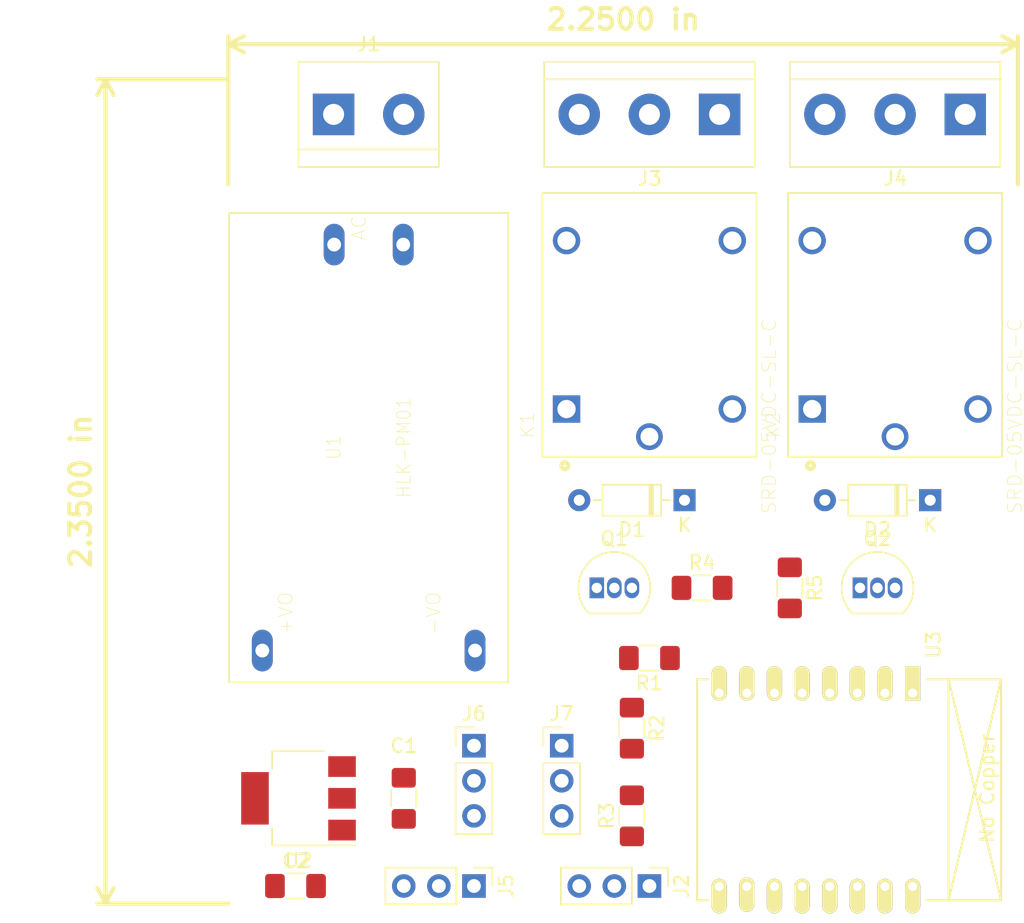
<source format=kicad_pcb>
(kicad_pcb (version 20171130) (host pcbnew 5.0.2-bee76a0~70~ubuntu18.10.1)

  (general
    (thickness 1.6)
    (drawings 2)
    (tracks 0)
    (zones 0)
    (modules 23)
    (nets 26)
  )

  (page A4)
  (layers
    (0 F.Cu signal)
    (31 B.Cu signal)
    (32 B.Adhes user)
    (33 F.Adhes user)
    (34 B.Paste user)
    (35 F.Paste user)
    (36 B.SilkS user)
    (37 F.SilkS user)
    (38 B.Mask user)
    (39 F.Mask user)
    (40 Dwgs.User user)
    (41 Cmts.User user)
    (42 Eco1.User user)
    (43 Eco2.User user)
    (44 Edge.Cuts user)
    (45 Margin user)
    (46 B.CrtYd user)
    (47 F.CrtYd user)
    (48 B.Fab user)
    (49 F.Fab user)
  )

  (setup
    (last_trace_width 0.25)
    (trace_clearance 0.2)
    (zone_clearance 0.508)
    (zone_45_only no)
    (trace_min 0.2)
    (segment_width 0.2)
    (edge_width 0.15)
    (via_size 0.8)
    (via_drill 0.4)
    (via_min_size 0.4)
    (via_min_drill 0.3)
    (uvia_size 0.3)
    (uvia_drill 0.1)
    (uvias_allowed no)
    (uvia_min_size 0.2)
    (uvia_min_drill 0.1)
    (pcb_text_width 0.3)
    (pcb_text_size 1.5 1.5)
    (mod_edge_width 0.15)
    (mod_text_size 1 1)
    (mod_text_width 0.15)
    (pad_size 1.524 1.524)
    (pad_drill 0.762)
    (pad_to_mask_clearance 0.051)
    (solder_mask_min_width 0.25)
    (aux_axis_origin 0 0)
    (visible_elements FFFFFF7F)
    (pcbplotparams
      (layerselection 0x010fc_ffffffff)
      (usegerberextensions false)
      (usegerberattributes false)
      (usegerberadvancedattributes false)
      (creategerberjobfile false)
      (excludeedgelayer true)
      (linewidth 0.100000)
      (plotframeref false)
      (viasonmask false)
      (mode 1)
      (useauxorigin false)
      (hpglpennumber 1)
      (hpglpenspeed 20)
      (hpglpendiameter 15.000000)
      (psnegative false)
      (psa4output false)
      (plotreference true)
      (plotvalue true)
      (plotinvisibletext false)
      (padsonsilk false)
      (subtractmaskfromsilk false)
      (outputformat 1)
      (mirror false)
      (drillshape 1)
      (scaleselection 1)
      (outputdirectory ""))
  )

  (net 0 "")
  (net 1 "Net-(C1-Pad1)")
  (net 2 GND)
  (net 3 "Net-(R1-Pad1)")
  (net 4 "Net-(R2-Pad1)")
  (net 5 "Net-(R3-Pad2)")
  (net 6 "Net-(J1-Pad1)")
  (net 7 "Net-(J1-Pad2)")
  (net 8 "Net-(D1-Pad1)")
  (net 9 "Net-(D2-Pad1)")
  (net 10 "Net-(J3-Pad3)")
  (net 11 "Net-(J3-Pad2)")
  (net 12 "Net-(J3-Pad1)")
  (net 13 "Net-(J4-Pad1)")
  (net 14 "Net-(J4-Pad2)")
  (net 15 "Net-(J4-Pad3)")
  (net 16 Relay_1)
  (net 17 Relay_2)
  (net 18 "Net-(J2-Pad1)")
  (net 19 "Net-(J2-Pad2)")
  (net 20 vcc)
  (net 21 "Net-(Q1-Pad2)")
  (net 22 "Net-(Q2-Pad2)")
  (net 23 int_1)
  (net 24 int_2)
  (net 25 "Net-(J7-Pad2)")

  (net_class Default "This is the default net class."
    (clearance 0.2)
    (trace_width 0.25)
    (via_dia 0.8)
    (via_drill 0.4)
    (uvia_dia 0.3)
    (uvia_drill 0.1)
    (add_net GND)
    (add_net "Net-(C1-Pad1)")
    (add_net "Net-(D1-Pad1)")
    (add_net "Net-(D2-Pad1)")
    (add_net "Net-(J1-Pad1)")
    (add_net "Net-(J1-Pad2)")
    (add_net "Net-(J2-Pad1)")
    (add_net "Net-(J2-Pad2)")
    (add_net "Net-(J3-Pad1)")
    (add_net "Net-(J3-Pad2)")
    (add_net "Net-(J3-Pad3)")
    (add_net "Net-(J4-Pad1)")
    (add_net "Net-(J4-Pad2)")
    (add_net "Net-(J4-Pad3)")
    (add_net "Net-(J7-Pad2)")
    (add_net "Net-(Q1-Pad2)")
    (add_net "Net-(Q2-Pad2)")
    (add_net "Net-(R1-Pad1)")
    (add_net "Net-(R2-Pad1)")
    (add_net "Net-(R3-Pad2)")
    (add_net Relay_1)
    (add_net Relay_2)
    (add_net int_1)
    (add_net int_2)
    (add_net vcc)
  )

  (module Capacitor_SMD:C_1206_3216Metric_Pad1.42x1.75mm_HandSolder (layer F.Cu) (tedit 5B301BBE) (tstamp 5CD3FAC9)
    (at 97.79 114.3 270)
    (descr "Capacitor SMD 1206 (3216 Metric), square (rectangular) end terminal, IPC_7351 nominal with elongated pad for handsoldering. (Body size source: http://www.tortai-tech.com/upload/download/2011102023233369053.pdf), generated with kicad-footprint-generator")
    (tags "capacitor handsolder")
    (path /5A8F0EF5)
    (attr smd)
    (fp_text reference C1 (at -3.81 0) (layer F.SilkS)
      (effects (font (size 1 1) (thickness 0.15)))
    )
    (fp_text value 400nF (at 5.08 0 270) (layer F.Fab)
      (effects (font (size 1 1) (thickness 0.15)))
    )
    (fp_line (start -1.6 0.8) (end -1.6 -0.8) (layer F.Fab) (width 0.1))
    (fp_line (start -1.6 -0.8) (end 1.6 -0.8) (layer F.Fab) (width 0.1))
    (fp_line (start 1.6 -0.8) (end 1.6 0.8) (layer F.Fab) (width 0.1))
    (fp_line (start 1.6 0.8) (end -1.6 0.8) (layer F.Fab) (width 0.1))
    (fp_line (start -0.602064 -0.91) (end 0.602064 -0.91) (layer F.SilkS) (width 0.12))
    (fp_line (start -0.602064 0.91) (end 0.602064 0.91) (layer F.SilkS) (width 0.12))
    (fp_line (start -2.45 1.12) (end -2.45 -1.12) (layer F.CrtYd) (width 0.05))
    (fp_line (start -2.45 -1.12) (end 2.45 -1.12) (layer F.CrtYd) (width 0.05))
    (fp_line (start 2.45 -1.12) (end 2.45 1.12) (layer F.CrtYd) (width 0.05))
    (fp_line (start 2.45 1.12) (end -2.45 1.12) (layer F.CrtYd) (width 0.05))
    (fp_text user %R (at 0 0 270) (layer F.Fab)
      (effects (font (size 0.8 0.8) (thickness 0.12)))
    )
    (pad 1 smd roundrect (at -1.4875 0 270) (size 1.425 1.75) (layers F.Cu F.Paste F.Mask) (roundrect_rratio 0.175439)
      (net 1 "Net-(C1-Pad1)"))
    (pad 2 smd roundrect (at 1.4875 0 270) (size 1.425 1.75) (layers F.Cu F.Paste F.Mask) (roundrect_rratio 0.175439)
      (net 2 GND))
    (model ${KISYS3DMOD}/Capacitor_SMD.3dshapes/C_1206_3216Metric.wrl
      (at (xyz 0 0 0))
      (scale (xyz 1 1 1))
      (rotate (xyz 0 0 0))
    )
  )

  (module Capacitor_SMD:C_1206_3216Metric_Pad1.42x1.75mm_HandSolder (layer F.Cu) (tedit 5B301BBE) (tstamp 5CD20E9A)
    (at 89.9525 120.65)
    (descr "Capacitor SMD 1206 (3216 Metric), square (rectangular) end terminal, IPC_7351 nominal with elongated pad for handsoldering. (Body size source: http://www.tortai-tech.com/upload/download/2011102023233369053.pdf), generated with kicad-footprint-generator")
    (tags "capacitor handsolder")
    (path /5A8F0FE1)
    (attr smd)
    (fp_text reference C2 (at 0 -1.82) (layer F.SilkS)
      (effects (font (size 1 1) (thickness 0.15)))
    )
    (fp_text value 400nF (at 0 1.82) (layer F.Fab)
      (effects (font (size 1 1) (thickness 0.15)))
    )
    (fp_text user %R (at 0 0) (layer F.Fab)
      (effects (font (size 0.8 0.8) (thickness 0.12)))
    )
    (fp_line (start 2.45 1.12) (end -2.45 1.12) (layer F.CrtYd) (width 0.05))
    (fp_line (start 2.45 -1.12) (end 2.45 1.12) (layer F.CrtYd) (width 0.05))
    (fp_line (start -2.45 -1.12) (end 2.45 -1.12) (layer F.CrtYd) (width 0.05))
    (fp_line (start -2.45 1.12) (end -2.45 -1.12) (layer F.CrtYd) (width 0.05))
    (fp_line (start -0.602064 0.91) (end 0.602064 0.91) (layer F.SilkS) (width 0.12))
    (fp_line (start -0.602064 -0.91) (end 0.602064 -0.91) (layer F.SilkS) (width 0.12))
    (fp_line (start 1.6 0.8) (end -1.6 0.8) (layer F.Fab) (width 0.1))
    (fp_line (start 1.6 -0.8) (end 1.6 0.8) (layer F.Fab) (width 0.1))
    (fp_line (start -1.6 -0.8) (end 1.6 -0.8) (layer F.Fab) (width 0.1))
    (fp_line (start -1.6 0.8) (end -1.6 -0.8) (layer F.Fab) (width 0.1))
    (pad 2 smd roundrect (at 1.4875 0) (size 1.425 1.75) (layers F.Cu F.Paste F.Mask) (roundrect_rratio 0.175439)
      (net 2 GND))
    (pad 1 smd roundrect (at -1.4875 0) (size 1.425 1.75) (layers F.Cu F.Paste F.Mask) (roundrect_rratio 0.175439)
      (net 20 vcc))
    (model ${KISYS3DMOD}/Capacitor_SMD.3dshapes/C_1206_3216Metric.wrl
      (at (xyz 0 0 0))
      (scale (xyz 1 1 1))
      (rotate (xyz 0 0 0))
    )
  )

  (module Resistor_SMD:R_1206_3216Metric_Pad1.42x1.75mm_HandSolder (layer F.Cu) (tedit 5B301BBD) (tstamp 5CD20EAB)
    (at 115.57 104.14 180)
    (descr "Resistor SMD 1206 (3216 Metric), square (rectangular) end terminal, IPC_7351 nominal with elongated pad for handsoldering. (Body size source: http://www.tortai-tech.com/upload/download/2011102023233369053.pdf), generated with kicad-footprint-generator")
    (tags "resistor handsolder")
    (path /5A8DA6B8)
    (attr smd)
    (fp_text reference R1 (at 0 -1.82 180) (layer F.SilkS)
      (effects (font (size 1 1) (thickness 0.15)))
    )
    (fp_text value 10K (at 0 1.82 180) (layer F.Fab)
      (effects (font (size 1 1) (thickness 0.15)))
    )
    (fp_line (start -1.6 0.8) (end -1.6 -0.8) (layer F.Fab) (width 0.1))
    (fp_line (start -1.6 -0.8) (end 1.6 -0.8) (layer F.Fab) (width 0.1))
    (fp_line (start 1.6 -0.8) (end 1.6 0.8) (layer F.Fab) (width 0.1))
    (fp_line (start 1.6 0.8) (end -1.6 0.8) (layer F.Fab) (width 0.1))
    (fp_line (start -0.602064 -0.91) (end 0.602064 -0.91) (layer F.SilkS) (width 0.12))
    (fp_line (start -0.602064 0.91) (end 0.602064 0.91) (layer F.SilkS) (width 0.12))
    (fp_line (start -2.45 1.12) (end -2.45 -1.12) (layer F.CrtYd) (width 0.05))
    (fp_line (start -2.45 -1.12) (end 2.45 -1.12) (layer F.CrtYd) (width 0.05))
    (fp_line (start 2.45 -1.12) (end 2.45 1.12) (layer F.CrtYd) (width 0.05))
    (fp_line (start 2.45 1.12) (end -2.45 1.12) (layer F.CrtYd) (width 0.05))
    (fp_text user %R (at 0 0 90) (layer F.Fab)
      (effects (font (size 0.8 0.8) (thickness 0.12)))
    )
    (pad 1 smd roundrect (at -1.4875 0 180) (size 1.425 1.75) (layers F.Cu F.Paste F.Mask) (roundrect_rratio 0.175439)
      (net 3 "Net-(R1-Pad1)"))
    (pad 2 smd roundrect (at 1.4875 0 180) (size 1.425 1.75) (layers F.Cu F.Paste F.Mask) (roundrect_rratio 0.175439)
      (net 20 vcc))
    (model ${KISYS3DMOD}/Resistor_SMD.3dshapes/R_1206_3216Metric.wrl
      (at (xyz 0 0 0))
      (scale (xyz 1 1 1))
      (rotate (xyz 0 0 0))
    )
  )

  (module Resistor_SMD:R_1206_3216Metric_Pad1.42x1.75mm_HandSolder (layer F.Cu) (tedit 5B301BBD) (tstamp 5CD20EBC)
    (at 114.3 109.22 270)
    (descr "Resistor SMD 1206 (3216 Metric), square (rectangular) end terminal, IPC_7351 nominal with elongated pad for handsoldering. (Body size source: http://www.tortai-tech.com/upload/download/2011102023233369053.pdf), generated with kicad-footprint-generator")
    (tags "resistor handsolder")
    (path /5A887C56)
    (attr smd)
    (fp_text reference R2 (at 0 -1.82 270) (layer F.SilkS)
      (effects (font (size 1 1) (thickness 0.15)))
    )
    (fp_text value 10K (at 0 1.82 270) (layer F.Fab)
      (effects (font (size 1 1) (thickness 0.15)))
    )
    (fp_text user %R (at 0 0 270) (layer F.Fab)
      (effects (font (size 0.8 0.8) (thickness 0.12)))
    )
    (fp_line (start 2.45 1.12) (end -2.45 1.12) (layer F.CrtYd) (width 0.05))
    (fp_line (start 2.45 -1.12) (end 2.45 1.12) (layer F.CrtYd) (width 0.05))
    (fp_line (start -2.45 -1.12) (end 2.45 -1.12) (layer F.CrtYd) (width 0.05))
    (fp_line (start -2.45 1.12) (end -2.45 -1.12) (layer F.CrtYd) (width 0.05))
    (fp_line (start -0.602064 0.91) (end 0.602064 0.91) (layer F.SilkS) (width 0.12))
    (fp_line (start -0.602064 -0.91) (end 0.602064 -0.91) (layer F.SilkS) (width 0.12))
    (fp_line (start 1.6 0.8) (end -1.6 0.8) (layer F.Fab) (width 0.1))
    (fp_line (start 1.6 -0.8) (end 1.6 0.8) (layer F.Fab) (width 0.1))
    (fp_line (start -1.6 -0.8) (end 1.6 -0.8) (layer F.Fab) (width 0.1))
    (fp_line (start -1.6 0.8) (end -1.6 -0.8) (layer F.Fab) (width 0.1))
    (pad 2 smd roundrect (at 1.4875 0 270) (size 1.425 1.75) (layers F.Cu F.Paste F.Mask) (roundrect_rratio 0.175439)
      (net 2 GND))
    (pad 1 smd roundrect (at -1.4875 0 270) (size 1.425 1.75) (layers F.Cu F.Paste F.Mask) (roundrect_rratio 0.175439)
      (net 4 "Net-(R2-Pad1)"))
    (model ${KISYS3DMOD}/Resistor_SMD.3dshapes/R_1206_3216Metric.wrl
      (at (xyz 0 0 0))
      (scale (xyz 1 1 1))
      (rotate (xyz 0 0 0))
    )
  )

  (module Resistor_SMD:R_1206_3216Metric_Pad1.42x1.75mm_HandSolder (layer F.Cu) (tedit 5B301BBD) (tstamp 5CD20ECD)
    (at 114.3 115.57 90)
    (descr "Resistor SMD 1206 (3216 Metric), square (rectangular) end terminal, IPC_7351 nominal with elongated pad for handsoldering. (Body size source: http://www.tortai-tech.com/upload/download/2011102023233369053.pdf), generated with kicad-footprint-generator")
    (tags "resistor handsolder")
    (path /5A3E9C05)
    (attr smd)
    (fp_text reference R3 (at 0 -1.82 90) (layer F.SilkS)
      (effects (font (size 1 1) (thickness 0.15)))
    )
    (fp_text value 180 (at 0 1.82 90) (layer F.Fab)
      (effects (font (size 1 1) (thickness 0.15)))
    )
    (fp_line (start -1.6 0.8) (end -1.6 -0.8) (layer F.Fab) (width 0.1))
    (fp_line (start -1.6 -0.8) (end 1.6 -0.8) (layer F.Fab) (width 0.1))
    (fp_line (start 1.6 -0.8) (end 1.6 0.8) (layer F.Fab) (width 0.1))
    (fp_line (start 1.6 0.8) (end -1.6 0.8) (layer F.Fab) (width 0.1))
    (fp_line (start -0.602064 -0.91) (end 0.602064 -0.91) (layer F.SilkS) (width 0.12))
    (fp_line (start -0.602064 0.91) (end 0.602064 0.91) (layer F.SilkS) (width 0.12))
    (fp_line (start -2.45 1.12) (end -2.45 -1.12) (layer F.CrtYd) (width 0.05))
    (fp_line (start -2.45 -1.12) (end 2.45 -1.12) (layer F.CrtYd) (width 0.05))
    (fp_line (start 2.45 -1.12) (end 2.45 1.12) (layer F.CrtYd) (width 0.05))
    (fp_line (start 2.45 1.12) (end -2.45 1.12) (layer F.CrtYd) (width 0.05))
    (fp_text user %R (at 0 0 90) (layer F.Fab)
      (effects (font (size 0.8 0.8) (thickness 0.12)))
    )
    (pad 1 smd roundrect (at -1.4875 0 90) (size 1.425 1.75) (layers F.Cu F.Paste F.Mask) (roundrect_rratio 0.175439)
      (net 19 "Net-(J2-Pad2)"))
    (pad 2 smd roundrect (at 1.4875 0 90) (size 1.425 1.75) (layers F.Cu F.Paste F.Mask) (roundrect_rratio 0.175439)
      (net 5 "Net-(R3-Pad2)"))
    (model ${KISYS3DMOD}/Resistor_SMD.3dshapes/R_1206_3216Metric.wrl
      (at (xyz 0 0 0))
      (scale (xyz 1 1 1))
      (rotate (xyz 0 0 0))
    )
  )

  (module Package_TO_SOT_SMD:SOT-223 (layer F.Cu) (tedit 5A02FF57) (tstamp 5CD3F9FC)
    (at 90.17 114.3 180)
    (descr "module CMS SOT223 4 pins")
    (tags "CMS SOT")
    (path /5A8EF016)
    (attr smd)
    (fp_text reference U2 (at 0 -4.5 180) (layer F.SilkS)
      (effects (font (size 1 1) (thickness 0.15)))
    )
    (fp_text value LM1117-3.3 (at 0 4.5 180) (layer F.Fab)
      (effects (font (size 1 1) (thickness 0.15)))
    )
    (fp_text user %R (at 0 0 270) (layer F.Fab)
      (effects (font (size 0.8 0.8) (thickness 0.12)))
    )
    (fp_line (start -1.85 -2.3) (end -0.8 -3.35) (layer F.Fab) (width 0.1))
    (fp_line (start 1.91 3.41) (end 1.91 2.15) (layer F.SilkS) (width 0.12))
    (fp_line (start 1.91 -3.41) (end 1.91 -2.15) (layer F.SilkS) (width 0.12))
    (fp_line (start 4.4 -3.6) (end -4.4 -3.6) (layer F.CrtYd) (width 0.05))
    (fp_line (start 4.4 3.6) (end 4.4 -3.6) (layer F.CrtYd) (width 0.05))
    (fp_line (start -4.4 3.6) (end 4.4 3.6) (layer F.CrtYd) (width 0.05))
    (fp_line (start -4.4 -3.6) (end -4.4 3.6) (layer F.CrtYd) (width 0.05))
    (fp_line (start -1.85 -2.3) (end -1.85 3.35) (layer F.Fab) (width 0.1))
    (fp_line (start -1.85 3.41) (end 1.91 3.41) (layer F.SilkS) (width 0.12))
    (fp_line (start -0.8 -3.35) (end 1.85 -3.35) (layer F.Fab) (width 0.1))
    (fp_line (start -4.1 -3.41) (end 1.91 -3.41) (layer F.SilkS) (width 0.12))
    (fp_line (start -1.85 3.35) (end 1.85 3.35) (layer F.Fab) (width 0.1))
    (fp_line (start 1.85 -3.35) (end 1.85 3.35) (layer F.Fab) (width 0.1))
    (pad 4 smd rect (at 3.15 0 180) (size 2 3.8) (layers F.Cu F.Paste F.Mask))
    (pad 2 smd rect (at -3.15 0 180) (size 2 1.5) (layers F.Cu F.Paste F.Mask)
      (net 20 vcc))
    (pad 3 smd rect (at -3.15 2.3 180) (size 2 1.5) (layers F.Cu F.Paste F.Mask)
      (net 1 "Net-(C1-Pad1)"))
    (pad 1 smd rect (at -3.15 -2.3 180) (size 2 1.5) (layers F.Cu F.Paste F.Mask)
      (net 2 GND))
    (model ${KISYS3DMOD}/Package_TO_SOT_SMD.3dshapes/SOT-223.wrl
      (at (xyz 0 0 0))
      (scale (xyz 1 1 1))
      (rotate (xyz 0 0 0))
    )
  )

  (module ESP8266:ESP-07v2 (layer F.Cu) (tedit 59068204) (tstamp 5CD20F19)
    (at 134.62 106.68 270)
    (descr "Module, ESP-8266, ESP-07v2, 16 pad, SMD")
    (tags "Module ESP-8266 ESP8266")
    (path /5A3E9303)
    (fp_text reference U3 (at -3.5 -1.5 270) (layer F.SilkS)
      (effects (font (size 1 1) (thickness 0.15)))
    )
    (fp_text value ESP-07v2 (at 7.25 2.25 270) (layer F.Fab)
      (effects (font (size 1 1) (thickness 0.15)))
    )
    (fp_line (start -2.25 -0.5) (end -2.25 -6.65) (layer F.CrtYd) (width 0.05))
    (fp_line (start -2.25 -6.65) (end 16.25 -6.65) (layer F.CrtYd) (width 0.05))
    (fp_line (start 16.25 -6.65) (end 16.25 16) (layer F.CrtYd) (width 0.05))
    (fp_line (start 16.25 16) (end -2.25 16) (layer F.CrtYd) (width 0.05))
    (fp_line (start -2.25 16) (end -2.25 -0.5) (layer F.CrtYd) (width 0.05))
    (fp_line (start -1 -6.4) (end 15 -6.4) (layer F.SilkS) (width 0.1524))
    (fp_line (start 15 -6.4) (end 15 -1) (layer F.SilkS) (width 0.1524))
    (fp_line (start -1 -6.4) (end -1 -1) (layer F.SilkS) (width 0.1524))
    (fp_line (start -1 14.8) (end -1 15.6) (layer F.SilkS) (width 0.1524))
    (fp_line (start -1 15.6) (end 15 15.6) (layer F.SilkS) (width 0.1524))
    (fp_line (start 15 15.6) (end 15 14.8) (layer F.SilkS) (width 0.1524))
    (fp_line (start 15 -6.4) (end -1 -2.6) (layer F.SilkS) (width 0.1524))
    (fp_line (start -1 -6.4) (end 15 -2.6) (layer F.SilkS) (width 0.1524))
    (fp_text user "No Copper" (at 6.892 -5.4 270) (layer F.SilkS)
      (effects (font (size 1 1) (thickness 0.15)))
    )
    (fp_line (start -1.008 -2.6) (end 14.992 -2.6) (layer F.SilkS) (width 0.1524))
    (fp_line (start 15 -6.4) (end 15 15.6) (layer F.Fab) (width 0.05))
    (fp_line (start 15 15.6) (end -1 15.6) (layer F.Fab) (width 0.05))
    (fp_line (start -1.008 15.6) (end -1.008 -6.4) (layer F.Fab) (width 0.05))
    (fp_line (start -1 -6.4) (end 15 -6.4) (layer F.Fab) (width 0.05))
    (pad 1 thru_hole rect (at 0 0 270) (size 2.5 1.1) (drill 0.65 (offset -0.7 0)) (layers *.Cu *.Mask F.Paste F.SilkS))
    (pad 2 thru_hole oval (at 0 2 270) (size 2.5 1.1) (drill 0.65 (offset -0.7 0)) (layers *.Cu *.Mask F.Paste F.SilkS))
    (pad 3 thru_hole oval (at 0 4 270) (size 2.5 1.1) (drill 0.65 (offset -0.7 0)) (layers *.Cu *.Mask F.Paste F.SilkS)
      (net 3 "Net-(R1-Pad1)"))
    (pad 4 thru_hole oval (at 0 6 270) (size 2.5 1.1) (drill 0.65 (offset -0.7 0)) (layers *.Cu *.Mask F.Paste F.SilkS)
      (net 23 int_1))
    (pad 5 thru_hole oval (at 0 8 270) (size 2.5 1.1) (drill 0.65 (offset -0.7 0)) (layers *.Cu *.Mask F.Paste F.SilkS)
      (net 16 Relay_1))
    (pad 6 thru_hole oval (at 0 10 270) (size 2.5 1.1) (drill 0.65 (offset -0.7 0)) (layers *.Cu *.Mask F.Paste F.SilkS)
      (net 17 Relay_2))
    (pad 7 thru_hole oval (at 0 12 270) (size 2.5 1.1) (drill 0.65 (offset -0.7 0)) (layers *.Cu *.Mask F.Paste F.SilkS)
      (net 24 int_2))
    (pad 8 thru_hole oval (at 0 14 270) (size 2.5 1.1) (drill 0.65 (offset -0.7 0)) (layers *.Cu *.Mask F.Paste F.SilkS)
      (net 20 vcc))
    (pad 9 thru_hole oval (at 14 14 270) (size 2.5 1.1) (drill 0.65 (offset 0.7 0)) (layers *.Cu *.Mask F.Paste F.SilkS)
      (net 2 GND))
    (pad 10 thru_hole oval (at 14 12 270) (size 2.5 1.1) (drill 0.65 (offset 0.6 0)) (layers *.Cu *.Mask F.Paste F.SilkS)
      (net 4 "Net-(R2-Pad1)"))
    (pad 11 thru_hole oval (at 14 10 270) (size 2.5 1.1) (drill 0.65 (offset 0.7 0)) (layers *.Cu *.Mask F.Paste F.SilkS))
    (pad 12 thru_hole oval (at 14 8 270) (size 2.5 1.1) (drill 0.65 (offset 0.7 0)) (layers *.Cu *.Mask F.Paste F.SilkS)
      (net 25 "Net-(J7-Pad2)"))
    (pad 13 thru_hole oval (at 14 6 270) (size 2.5 1.1) (drill 0.65 (offset 0.7 0)) (layers *.Cu *.Mask F.Paste F.SilkS))
    (pad 14 thru_hole oval (at 14 4 270) (size 2.5 1.1) (drill 0.65 (offset 0.7 0)) (layers *.Cu *.Mask F.Paste F.SilkS))
    (pad 15 thru_hole oval (at 14 2 270) (size 2.5 1.1) (drill 0.65 (offset 0.7 0)) (layers *.Cu *.Mask F.Paste F.SilkS)
      (net 5 "Net-(R3-Pad2)"))
    (pad 16 thru_hole oval (at 14 0 270) (size 2.5 1.1) (drill 0.65 (offset 0.7 0)) (layers *.Cu *.Mask F.Paste F.SilkS)
      (net 18 "Net-(J2-Pad1)"))
    (model ${ESPLIB}/ESP8266.3dshapes/ESP-07v2.wrl
      (at (xyz 0 0 0))
      (scale (xyz 0.3937 0.3937 0.3937))
      (rotate (xyz 0 0 0))
    )
  )

  (module HLK-PM01 (layer F.Cu) (tedit 0) (tstamp 5CD242C8)
    (at 95.25 88.9 270)
    (path /5CD1EF95)
    (fp_text reference U1 (at 0 2.54 270) (layer F.SilkS)
      (effects (font (size 1 0.9) (thickness 0.05)))
    )
    (fp_text value HLK-PM01 (at 0 -2.54 270) (layer F.SilkS)
      (effects (font (size 1 0.9) (thickness 0.05)))
    )
    (fp_line (start -17 10.1) (end -17 -10.1) (layer F.SilkS) (width 0.127))
    (fp_line (start 17 10.1) (end 17 -10.1) (layer F.SilkS) (width 0.127))
    (fp_line (start -17 -10.1) (end 17 -10.1) (layer F.SilkS) (width 0.127))
    (fp_line (start -17 10.1) (end 17 10.1) (layer F.SilkS) (width 0.127))
    (fp_text user AC (at -15.9 0.7 270) (layer F.SilkS)
      (effects (font (size 1 1) (thickness 0.05)))
    )
    (fp_text user +VO (at 12 6 270) (layer F.SilkS)
      (effects (font (size 1 1) (thickness 0.05)))
    )
    (fp_text user -VO (at 12 -4.7 270) (layer F.SilkS)
      (effects (font (size 1 1) (thickness 0.05)))
    )
    (pad P$1 thru_hole oval (at -14.7 -2.5 270) (size 3.016 1.508) (drill 1) (layers *.Cu *.Mask)
      (net 7 "Net-(J1-Pad2)"))
    (pad P$2 thru_hole oval (at -14.7 2.5 270) (size 3.016 1.508) (drill 1) (layers *.Cu *.Mask)
      (net 6 "Net-(J1-Pad1)"))
    (pad P$3 thru_hole oval (at 14.7 -7.7 270) (size 3.016 1.508) (drill 1) (layers *.Cu *.Mask)
      (net 2 GND))
    (pad P$4 thru_hole oval (at 14.7 7.7 270) (size 3.016 1.508) (drill 1) (layers *.Cu *.Mask)
      (net 1 "Net-(C1-Pad1)"))
  )

  (module TerminalBlock:TerminalBlock_bornier-2_P5.08mm (layer F.Cu) (tedit 59FF03AB) (tstamp 5CD245BA)
    (at 92.71 64.77)
    (descr "simple 2-pin terminal block, pitch 5.08mm, revamped version of bornier2")
    (tags "terminal block bornier2")
    (path /5A3E8B13)
    (fp_text reference J1 (at 2.54 -5.08) (layer F.SilkS)
      (effects (font (size 1 1) (thickness 0.15)))
    )
    (fp_text value 220v (at 2.54 5.08) (layer F.Fab)
      (effects (font (size 1 1) (thickness 0.15)))
    )
    (fp_text user %R (at 2.54 0) (layer F.Fab)
      (effects (font (size 1 1) (thickness 0.15)))
    )
    (fp_line (start -2.41 2.55) (end 7.49 2.55) (layer F.Fab) (width 0.1))
    (fp_line (start -2.46 -3.75) (end -2.46 3.75) (layer F.Fab) (width 0.1))
    (fp_line (start -2.46 3.75) (end 7.54 3.75) (layer F.Fab) (width 0.1))
    (fp_line (start 7.54 3.75) (end 7.54 -3.75) (layer F.Fab) (width 0.1))
    (fp_line (start 7.54 -3.75) (end -2.46 -3.75) (layer F.Fab) (width 0.1))
    (fp_line (start 7.62 2.54) (end -2.54 2.54) (layer F.SilkS) (width 0.12))
    (fp_line (start 7.62 3.81) (end 7.62 -3.81) (layer F.SilkS) (width 0.12))
    (fp_line (start 7.62 -3.81) (end -2.54 -3.81) (layer F.SilkS) (width 0.12))
    (fp_line (start -2.54 -3.81) (end -2.54 3.81) (layer F.SilkS) (width 0.12))
    (fp_line (start -2.54 3.81) (end 7.62 3.81) (layer F.SilkS) (width 0.12))
    (fp_line (start -2.71 -4) (end 7.79 -4) (layer F.CrtYd) (width 0.05))
    (fp_line (start -2.71 -4) (end -2.71 4) (layer F.CrtYd) (width 0.05))
    (fp_line (start 7.79 4) (end 7.79 -4) (layer F.CrtYd) (width 0.05))
    (fp_line (start 7.79 4) (end -2.71 4) (layer F.CrtYd) (width 0.05))
    (pad 1 thru_hole rect (at 0 0) (size 3 3) (drill 1.52) (layers *.Cu *.Mask)
      (net 6 "Net-(J1-Pad1)"))
    (pad 2 thru_hole circle (at 5.08 0) (size 3 3) (drill 1.52) (layers *.Cu *.Mask)
      (net 7 "Net-(J1-Pad2)"))
    (model ${KISYS3DMOD}/TerminalBlock.3dshapes/TerminalBlock_bornier-2_P5.08mm.wrl
      (offset (xyz 2.539999961853027 0 0))
      (scale (xyz 1 1 1))
      (rotate (xyz 0 0 0))
    )
  )

  (module Connector_PinHeader_2.54mm:PinHeader_1x03_P2.54mm_Vertical (layer F.Cu) (tedit 59FED5CC) (tstamp 5CD3F951)
    (at 115.57 120.65 270)
    (descr "Through hole straight pin header, 1x03, 2.54mm pitch, single row")
    (tags "Through hole pin header THT 1x03 2.54mm single row")
    (path /5A3E9536)
    (fp_text reference J2 (at 0 -2.33 270) (layer F.SilkS)
      (effects (font (size 1 1) (thickness 0.15)))
    )
    (fp_text value tx/rx (at 0 7.41 270) (layer F.Fab)
      (effects (font (size 1 1) (thickness 0.15)))
    )
    (fp_line (start -0.635 -1.27) (end 1.27 -1.27) (layer F.Fab) (width 0.1))
    (fp_line (start 1.27 -1.27) (end 1.27 6.35) (layer F.Fab) (width 0.1))
    (fp_line (start 1.27 6.35) (end -1.27 6.35) (layer F.Fab) (width 0.1))
    (fp_line (start -1.27 6.35) (end -1.27 -0.635) (layer F.Fab) (width 0.1))
    (fp_line (start -1.27 -0.635) (end -0.635 -1.27) (layer F.Fab) (width 0.1))
    (fp_line (start -1.33 6.41) (end 1.33 6.41) (layer F.SilkS) (width 0.12))
    (fp_line (start -1.33 1.27) (end -1.33 6.41) (layer F.SilkS) (width 0.12))
    (fp_line (start 1.33 1.27) (end 1.33 6.41) (layer F.SilkS) (width 0.12))
    (fp_line (start -1.33 1.27) (end 1.33 1.27) (layer F.SilkS) (width 0.12))
    (fp_line (start -1.33 0) (end -1.33 -1.33) (layer F.SilkS) (width 0.12))
    (fp_line (start -1.33 -1.33) (end 0 -1.33) (layer F.SilkS) (width 0.12))
    (fp_line (start -1.8 -1.8) (end -1.8 6.85) (layer F.CrtYd) (width 0.05))
    (fp_line (start -1.8 6.85) (end 1.8 6.85) (layer F.CrtYd) (width 0.05))
    (fp_line (start 1.8 6.85) (end 1.8 -1.8) (layer F.CrtYd) (width 0.05))
    (fp_line (start 1.8 -1.8) (end -1.8 -1.8) (layer F.CrtYd) (width 0.05))
    (fp_text user %R (at 0 2.54) (layer F.Fab)
      (effects (font (size 1 1) (thickness 0.15)))
    )
    (pad 1 thru_hole rect (at 0 0 270) (size 1.7 1.7) (drill 1) (layers *.Cu *.Mask)
      (net 18 "Net-(J2-Pad1)"))
    (pad 2 thru_hole oval (at 0 2.54 270) (size 1.7 1.7) (drill 1) (layers *.Cu *.Mask)
      (net 19 "Net-(J2-Pad2)"))
    (pad 3 thru_hole oval (at 0 5.08 270) (size 1.7 1.7) (drill 1) (layers *.Cu *.Mask)
      (net 2 GND))
    (model ${KISYS3DMOD}/Connector_PinHeader_2.54mm.3dshapes/PinHeader_1x03_P2.54mm_Vertical.wrl
      (at (xyz 0 0 0))
      (scale (xyz 1 1 1))
      (rotate (xyz 0 0 0))
    )
  )

  (module SRD-05VDC-SL-C:RELAY_SRD-05VDC-SL-C (layer F.Cu) (tedit 0) (tstamp 5CD3F911)
    (at 115.57 80.01 90)
    (path /5CD2E2EB)
    (fp_text reference K1 (at -7.26069 -8.83584 90) (layer F.SilkS)
      (effects (font (size 1.00009 1.00009) (thickness 0.05)))
    )
    (fp_text value SRD-05VDC-SL-C (at -6.62706 8.6677 90) (layer F.SilkS)
      (effects (font (size 1.00031 1.00031) (thickness 0.05)))
    )
    (fp_line (start -9.55 7.75) (end -9.55 -7.75) (layer F.SilkS) (width 0.127))
    (fp_line (start -9.55 -7.75) (end 9.55 -7.75) (layer F.SilkS) (width 0.127))
    (fp_line (start 9.55 -7.75) (end 9.55 7.75) (layer F.SilkS) (width 0.127))
    (fp_line (start 9.55 7.75) (end -9.55 7.75) (layer F.SilkS) (width 0.127))
    (fp_line (start -9.55 7.75) (end -9.55 -7.75) (layer Eco2.User) (width 0.127))
    (fp_line (start -9.55 -7.75) (end 9.55 -7.75) (layer Eco2.User) (width 0.127))
    (fp_line (start 9.55 -7.75) (end 9.55 7.75) (layer Eco2.User) (width 0.127))
    (fp_line (start 9.55 7.75) (end -9.55 7.75) (layer Eco2.User) (width 0.127))
    (fp_line (start -9.8 8) (end -9.8 -8) (layer Eco1.User) (width 0.05))
    (fp_line (start -9.8 -8) (end 9.8 -8) (layer Eco1.User) (width 0.05))
    (fp_line (start 9.8 -8) (end 9.8 8) (layer Eco1.User) (width 0.05))
    (fp_line (start 9.8 8) (end -9.8 8) (layer Eco1.User) (width 0.05))
    (fp_circle (center -10.2 -6.119) (end -10.1 -6.119) (layer F.SilkS) (width 0.3))
    (pad A1 thru_hole rect (at -6.1 -6 90) (size 1.98 1.98) (drill 1.32) (layers *.Cu *.Mask)
      (net 1 "Net-(C1-Pad1)"))
    (pad COM thru_hole circle (at -8.1 0 90) (size 1.935 1.935) (drill 1.29) (layers *.Cu *.Mask)
      (net 11 "Net-(J3-Pad2)"))
    (pad A2 thru_hole circle (at -6.1 6 90) (size 1.98 1.98) (drill 1.32) (layers *.Cu *.Mask)
      (net 8 "Net-(D1-Pad1)"))
    (pad NO thru_hole circle (at 6.1 6 90) (size 1.98 1.98) (drill 1.32) (layers *.Cu *.Mask)
      (net 12 "Net-(J3-Pad1)"))
    (pad NC thru_hole circle (at 6.1 -6 90) (size 1.98 1.98) (drill 1.32) (layers *.Cu *.Mask)
      (net 10 "Net-(J3-Pad3)"))
  )

  (module RELAY_SRD-05VDC-SL-C (layer F.Cu) (tedit 0) (tstamp 5CD3F8D2)
    (at 133.35 80.01 90)
    (path /5CD2E58F)
    (fp_text reference K2 (at -7.26069 -8.83584 90) (layer F.SilkS)
      (effects (font (size 1.00009 1.00009) (thickness 0.05)))
    )
    (fp_text value SRD-05VDC-SL-C (at -6.62706 8.6677 90) (layer F.SilkS)
      (effects (font (size 1.00031 1.00031) (thickness 0.05)))
    )
    (fp_line (start -9.55 7.75) (end -9.55 -7.75) (layer F.SilkS) (width 0.127))
    (fp_line (start -9.55 -7.75) (end 9.55 -7.75) (layer F.SilkS) (width 0.127))
    (fp_line (start 9.55 -7.75) (end 9.55 7.75) (layer F.SilkS) (width 0.127))
    (fp_line (start 9.55 7.75) (end -9.55 7.75) (layer F.SilkS) (width 0.127))
    (fp_line (start -9.55 7.75) (end -9.55 -7.75) (layer Eco2.User) (width 0.127))
    (fp_line (start -9.55 -7.75) (end 9.55 -7.75) (layer Eco2.User) (width 0.127))
    (fp_line (start 9.55 -7.75) (end 9.55 7.75) (layer Eco2.User) (width 0.127))
    (fp_line (start 9.55 7.75) (end -9.55 7.75) (layer Eco2.User) (width 0.127))
    (fp_line (start -9.8 8) (end -9.8 -8) (layer Eco1.User) (width 0.05))
    (fp_line (start -9.8 -8) (end 9.8 -8) (layer Eco1.User) (width 0.05))
    (fp_line (start 9.8 -8) (end 9.8 8) (layer Eco1.User) (width 0.05))
    (fp_line (start 9.8 8) (end -9.8 8) (layer Eco1.User) (width 0.05))
    (fp_circle (center -10.2 -6.119) (end -10.1 -6.119) (layer F.SilkS) (width 0.3))
    (pad A1 thru_hole rect (at -6.1 -6 90) (size 1.98 1.98) (drill 1.32) (layers *.Cu *.Mask)
      (net 1 "Net-(C1-Pad1)"))
    (pad COM thru_hole circle (at -8.1 0 90) (size 1.935 1.935) (drill 1.29) (layers *.Cu *.Mask)
      (net 14 "Net-(J4-Pad2)"))
    (pad A2 thru_hole circle (at -6.1 6 90) (size 1.98 1.98) (drill 1.32) (layers *.Cu *.Mask)
      (net 9 "Net-(D2-Pad1)"))
    (pad NO thru_hole circle (at 6.1 6 90) (size 1.98 1.98) (drill 1.32) (layers *.Cu *.Mask)
      (net 13 "Net-(J4-Pad1)"))
    (pad NC thru_hole circle (at 6.1 -6 90) (size 1.98 1.98) (drill 1.32) (layers *.Cu *.Mask)
      (net 15 "Net-(J4-Pad3)"))
  )

  (module Diode_THT:D_DO-35_SOD27_P7.62mm_Horizontal (layer F.Cu) (tedit 5AE50CD5) (tstamp 5CD2F82A)
    (at 118.11 92.71 180)
    (descr "Diode, DO-35_SOD27 series, Axial, Horizontal, pin pitch=7.62mm, , length*diameter=4*2mm^2, , http://www.diodes.com/_files/packages/DO-35.pdf")
    (tags "Diode DO-35_SOD27 series Axial Horizontal pin pitch 7.62mm  length 4mm diameter 2mm")
    (path /5CD2F6F3)
    (fp_text reference D1 (at 3.81 -2.12 180) (layer F.SilkS)
      (effects (font (size 1 1) (thickness 0.15)))
    )
    (fp_text value DIODE (at 3.81 2.12 180) (layer F.Fab)
      (effects (font (size 1 1) (thickness 0.15)))
    )
    (fp_line (start 1.81 -1) (end 1.81 1) (layer F.Fab) (width 0.1))
    (fp_line (start 1.81 1) (end 5.81 1) (layer F.Fab) (width 0.1))
    (fp_line (start 5.81 1) (end 5.81 -1) (layer F.Fab) (width 0.1))
    (fp_line (start 5.81 -1) (end 1.81 -1) (layer F.Fab) (width 0.1))
    (fp_line (start 0 0) (end 1.81 0) (layer F.Fab) (width 0.1))
    (fp_line (start 7.62 0) (end 5.81 0) (layer F.Fab) (width 0.1))
    (fp_line (start 2.41 -1) (end 2.41 1) (layer F.Fab) (width 0.1))
    (fp_line (start 2.51 -1) (end 2.51 1) (layer F.Fab) (width 0.1))
    (fp_line (start 2.31 -1) (end 2.31 1) (layer F.Fab) (width 0.1))
    (fp_line (start 1.69 -1.12) (end 1.69 1.12) (layer F.SilkS) (width 0.12))
    (fp_line (start 1.69 1.12) (end 5.93 1.12) (layer F.SilkS) (width 0.12))
    (fp_line (start 5.93 1.12) (end 5.93 -1.12) (layer F.SilkS) (width 0.12))
    (fp_line (start 5.93 -1.12) (end 1.69 -1.12) (layer F.SilkS) (width 0.12))
    (fp_line (start 1.04 0) (end 1.69 0) (layer F.SilkS) (width 0.12))
    (fp_line (start 6.58 0) (end 5.93 0) (layer F.SilkS) (width 0.12))
    (fp_line (start 2.41 -1.12) (end 2.41 1.12) (layer F.SilkS) (width 0.12))
    (fp_line (start 2.53 -1.12) (end 2.53 1.12) (layer F.SilkS) (width 0.12))
    (fp_line (start 2.29 -1.12) (end 2.29 1.12) (layer F.SilkS) (width 0.12))
    (fp_line (start -1.05 -1.25) (end -1.05 1.25) (layer F.CrtYd) (width 0.05))
    (fp_line (start -1.05 1.25) (end 8.67 1.25) (layer F.CrtYd) (width 0.05))
    (fp_line (start 8.67 1.25) (end 8.67 -1.25) (layer F.CrtYd) (width 0.05))
    (fp_line (start 8.67 -1.25) (end -1.05 -1.25) (layer F.CrtYd) (width 0.05))
    (fp_text user %R (at 4.11 0 180) (layer F.Fab)
      (effects (font (size 0.8 0.8) (thickness 0.12)))
    )
    (fp_text user K (at 0 -1.8 180) (layer F.Fab)
      (effects (font (size 1 1) (thickness 0.15)))
    )
    (fp_text user K (at 0 -1.8 180) (layer F.SilkS)
      (effects (font (size 1 1) (thickness 0.15)))
    )
    (pad 1 thru_hole rect (at 0 0 180) (size 1.6 1.6) (drill 0.8) (layers *.Cu *.Mask)
      (net 8 "Net-(D1-Pad1)"))
    (pad 2 thru_hole oval (at 7.62 0 180) (size 1.6 1.6) (drill 0.8) (layers *.Cu *.Mask)
      (net 1 "Net-(C1-Pad1)"))
    (model ${KISYS3DMOD}/Diode_THT.3dshapes/D_DO-35_SOD27_P7.62mm_Horizontal.wrl
      (at (xyz 0 0 0))
      (scale (xyz 1 1 1))
      (rotate (xyz 0 0 0))
    )
  )

  (module Diode_THT:D_DO-35_SOD27_P7.62mm_Horizontal (layer F.Cu) (tedit 5AE50CD5) (tstamp 5CD2F849)
    (at 135.89 92.71 180)
    (descr "Diode, DO-35_SOD27 series, Axial, Horizontal, pin pitch=7.62mm, , length*diameter=4*2mm^2, , http://www.diodes.com/_files/packages/DO-35.pdf")
    (tags "Diode DO-35_SOD27 series Axial Horizontal pin pitch 7.62mm  length 4mm diameter 2mm")
    (path /5CD326D9)
    (fp_text reference D2 (at 3.81 -2.12 180) (layer F.SilkS)
      (effects (font (size 1 1) (thickness 0.15)))
    )
    (fp_text value DIODE (at 3.81 2.12 180) (layer F.Fab)
      (effects (font (size 1 1) (thickness 0.15)))
    )
    (fp_text user K (at 0 -1.8 180) (layer F.SilkS)
      (effects (font (size 1 1) (thickness 0.15)))
    )
    (fp_text user K (at 0 -1.8 180) (layer F.Fab)
      (effects (font (size 1 1) (thickness 0.15)))
    )
    (fp_text user %R (at 4.11 0 180) (layer F.Fab)
      (effects (font (size 0.8 0.8) (thickness 0.12)))
    )
    (fp_line (start 8.67 -1.25) (end -1.05 -1.25) (layer F.CrtYd) (width 0.05))
    (fp_line (start 8.67 1.25) (end 8.67 -1.25) (layer F.CrtYd) (width 0.05))
    (fp_line (start -1.05 1.25) (end 8.67 1.25) (layer F.CrtYd) (width 0.05))
    (fp_line (start -1.05 -1.25) (end -1.05 1.25) (layer F.CrtYd) (width 0.05))
    (fp_line (start 2.29 -1.12) (end 2.29 1.12) (layer F.SilkS) (width 0.12))
    (fp_line (start 2.53 -1.12) (end 2.53 1.12) (layer F.SilkS) (width 0.12))
    (fp_line (start 2.41 -1.12) (end 2.41 1.12) (layer F.SilkS) (width 0.12))
    (fp_line (start 6.58 0) (end 5.93 0) (layer F.SilkS) (width 0.12))
    (fp_line (start 1.04 0) (end 1.69 0) (layer F.SilkS) (width 0.12))
    (fp_line (start 5.93 -1.12) (end 1.69 -1.12) (layer F.SilkS) (width 0.12))
    (fp_line (start 5.93 1.12) (end 5.93 -1.12) (layer F.SilkS) (width 0.12))
    (fp_line (start 1.69 1.12) (end 5.93 1.12) (layer F.SilkS) (width 0.12))
    (fp_line (start 1.69 -1.12) (end 1.69 1.12) (layer F.SilkS) (width 0.12))
    (fp_line (start 2.31 -1) (end 2.31 1) (layer F.Fab) (width 0.1))
    (fp_line (start 2.51 -1) (end 2.51 1) (layer F.Fab) (width 0.1))
    (fp_line (start 2.41 -1) (end 2.41 1) (layer F.Fab) (width 0.1))
    (fp_line (start 7.62 0) (end 5.81 0) (layer F.Fab) (width 0.1))
    (fp_line (start 0 0) (end 1.81 0) (layer F.Fab) (width 0.1))
    (fp_line (start 5.81 -1) (end 1.81 -1) (layer F.Fab) (width 0.1))
    (fp_line (start 5.81 1) (end 5.81 -1) (layer F.Fab) (width 0.1))
    (fp_line (start 1.81 1) (end 5.81 1) (layer F.Fab) (width 0.1))
    (fp_line (start 1.81 -1) (end 1.81 1) (layer F.Fab) (width 0.1))
    (pad 2 thru_hole oval (at 7.62 0 180) (size 1.6 1.6) (drill 0.8) (layers *.Cu *.Mask)
      (net 1 "Net-(C1-Pad1)"))
    (pad 1 thru_hole rect (at 0 0 180) (size 1.6 1.6) (drill 0.8) (layers *.Cu *.Mask)
      (net 9 "Net-(D2-Pad1)"))
    (model ${KISYS3DMOD}/Diode_THT.3dshapes/D_DO-35_SOD27_P7.62mm_Horizontal.wrl
      (at (xyz 0 0 0))
      (scale (xyz 1 1 1))
      (rotate (xyz 0 0 0))
    )
  )

  (module TerminalBlock:TerminalBlock_bornier-3_P5.08mm (layer F.Cu) (tedit 59FF03B9) (tstamp 5CD452B5)
    (at 120.65 64.77 180)
    (descr "simple 3-pin terminal block, pitch 5.08mm, revamped version of bornier3")
    (tags "terminal block bornier3")
    (path /5CD5F5C6)
    (fp_text reference J3 (at 5.05 -4.65 180) (layer F.SilkS)
      (effects (font (size 1 1) (thickness 0.15)))
    )
    (fp_text value Screw_Terminal_01x03 (at 5.08 5.08 180) (layer F.Fab)
      (effects (font (size 1 1) (thickness 0.15)))
    )
    (fp_line (start 12.88 4) (end -2.72 4) (layer F.CrtYd) (width 0.05))
    (fp_line (start 12.88 4) (end 12.88 -4) (layer F.CrtYd) (width 0.05))
    (fp_line (start -2.72 -4) (end -2.72 4) (layer F.CrtYd) (width 0.05))
    (fp_line (start -2.72 -4) (end 12.88 -4) (layer F.CrtYd) (width 0.05))
    (fp_line (start -2.54 3.81) (end 12.7 3.81) (layer F.SilkS) (width 0.12))
    (fp_line (start -2.54 -3.81) (end 12.7 -3.81) (layer F.SilkS) (width 0.12))
    (fp_line (start -2.54 2.54) (end 12.7 2.54) (layer F.SilkS) (width 0.12))
    (fp_line (start 12.7 3.81) (end 12.7 -3.81) (layer F.SilkS) (width 0.12))
    (fp_line (start -2.54 3.81) (end -2.54 -3.81) (layer F.SilkS) (width 0.12))
    (fp_line (start -2.47 3.75) (end -2.47 -3.75) (layer F.Fab) (width 0.1))
    (fp_line (start 12.63 3.75) (end -2.47 3.75) (layer F.Fab) (width 0.1))
    (fp_line (start 12.63 -3.75) (end 12.63 3.75) (layer F.Fab) (width 0.1))
    (fp_line (start -2.47 -3.75) (end 12.63 -3.75) (layer F.Fab) (width 0.1))
    (fp_line (start -2.47 2.55) (end 12.63 2.55) (layer F.Fab) (width 0.1))
    (fp_text user %R (at 5.08 0 180) (layer F.Fab)
      (effects (font (size 1 1) (thickness 0.15)))
    )
    (pad 3 thru_hole circle (at 10.16 0 180) (size 3 3) (drill 1.52) (layers *.Cu *.Mask)
      (net 10 "Net-(J3-Pad3)"))
    (pad 2 thru_hole circle (at 5.08 0 180) (size 3 3) (drill 1.52) (layers *.Cu *.Mask)
      (net 11 "Net-(J3-Pad2)"))
    (pad 1 thru_hole rect (at 0 0 180) (size 3 3) (drill 1.52) (layers *.Cu *.Mask)
      (net 12 "Net-(J3-Pad1)"))
    (model ${KISYS3DMOD}/TerminalBlock.3dshapes/TerminalBlock_bornier-3_P5.08mm.wrl
      (offset (xyz 5.079999923706055 0 0))
      (scale (xyz 1 1 1))
      (rotate (xyz 0 0 0))
    )
  )

  (module TerminalBlock:TerminalBlock_bornier-3_P5.08mm (layer F.Cu) (tedit 59FF03B9) (tstamp 5CD45449)
    (at 138.43 64.77 180)
    (descr "simple 3-pin terminal block, pitch 5.08mm, revamped version of bornier3")
    (tags "terminal block bornier3")
    (path /5CD62DF4)
    (fp_text reference J4 (at 5.05 -4.65 180) (layer F.SilkS)
      (effects (font (size 1 1) (thickness 0.15)))
    )
    (fp_text value Screw_Terminal_01x03 (at 5.08 5.08 180) (layer F.Fab)
      (effects (font (size 1 1) (thickness 0.15)))
    )
    (fp_text user %R (at 5.08 0 180) (layer F.Fab)
      (effects (font (size 1 1) (thickness 0.15)))
    )
    (fp_line (start -2.47 2.55) (end 12.63 2.55) (layer F.Fab) (width 0.1))
    (fp_line (start -2.47 -3.75) (end 12.63 -3.75) (layer F.Fab) (width 0.1))
    (fp_line (start 12.63 -3.75) (end 12.63 3.75) (layer F.Fab) (width 0.1))
    (fp_line (start 12.63 3.75) (end -2.47 3.75) (layer F.Fab) (width 0.1))
    (fp_line (start -2.47 3.75) (end -2.47 -3.75) (layer F.Fab) (width 0.1))
    (fp_line (start -2.54 3.81) (end -2.54 -3.81) (layer F.SilkS) (width 0.12))
    (fp_line (start 12.7 3.81) (end 12.7 -3.81) (layer F.SilkS) (width 0.12))
    (fp_line (start -2.54 2.54) (end 12.7 2.54) (layer F.SilkS) (width 0.12))
    (fp_line (start -2.54 -3.81) (end 12.7 -3.81) (layer F.SilkS) (width 0.12))
    (fp_line (start -2.54 3.81) (end 12.7 3.81) (layer F.SilkS) (width 0.12))
    (fp_line (start -2.72 -4) (end 12.88 -4) (layer F.CrtYd) (width 0.05))
    (fp_line (start -2.72 -4) (end -2.72 4) (layer F.CrtYd) (width 0.05))
    (fp_line (start 12.88 4) (end 12.88 -4) (layer F.CrtYd) (width 0.05))
    (fp_line (start 12.88 4) (end -2.72 4) (layer F.CrtYd) (width 0.05))
    (pad 1 thru_hole rect (at 0 0 180) (size 3 3) (drill 1.52) (layers *.Cu *.Mask)
      (net 13 "Net-(J4-Pad1)"))
    (pad 2 thru_hole circle (at 5.08 0 180) (size 3 3) (drill 1.52) (layers *.Cu *.Mask)
      (net 14 "Net-(J4-Pad2)"))
    (pad 3 thru_hole circle (at 10.16 0 180) (size 3 3) (drill 1.52) (layers *.Cu *.Mask)
      (net 15 "Net-(J4-Pad3)"))
    (model ${KISYS3DMOD}/TerminalBlock.3dshapes/TerminalBlock_bornier-3_P5.08mm.wrl
      (offset (xyz 5.079999923706055 0 0))
      (scale (xyz 1 1 1))
      (rotate (xyz 0 0 0))
    )
  )

  (module Resistor_SMD:R_1206_3216Metric_Pad1.42x1.75mm_HandSolder (layer F.Cu) (tedit 5B301BBD) (tstamp 5CD4551A)
    (at 119.38 99.06)
    (descr "Resistor SMD 1206 (3216 Metric), square (rectangular) end terminal, IPC_7351 nominal with elongated pad for handsoldering. (Body size source: http://www.tortai-tech.com/upload/download/2011102023233369053.pdf), generated with kicad-footprint-generator")
    (tags "resistor handsolder")
    (path /5CD4C084)
    (attr smd)
    (fp_text reference R4 (at 0 -1.82) (layer F.SilkS)
      (effects (font (size 1 1) (thickness 0.15)))
    )
    (fp_text value 180 (at 0 1.82) (layer F.Fab)
      (effects (font (size 1 1) (thickness 0.15)))
    )
    (fp_line (start -1.6 0.8) (end -1.6 -0.8) (layer F.Fab) (width 0.1))
    (fp_line (start -1.6 -0.8) (end 1.6 -0.8) (layer F.Fab) (width 0.1))
    (fp_line (start 1.6 -0.8) (end 1.6 0.8) (layer F.Fab) (width 0.1))
    (fp_line (start 1.6 0.8) (end -1.6 0.8) (layer F.Fab) (width 0.1))
    (fp_line (start -0.602064 -0.91) (end 0.602064 -0.91) (layer F.SilkS) (width 0.12))
    (fp_line (start -0.602064 0.91) (end 0.602064 0.91) (layer F.SilkS) (width 0.12))
    (fp_line (start -2.45 1.12) (end -2.45 -1.12) (layer F.CrtYd) (width 0.05))
    (fp_line (start -2.45 -1.12) (end 2.45 -1.12) (layer F.CrtYd) (width 0.05))
    (fp_line (start 2.45 -1.12) (end 2.45 1.12) (layer F.CrtYd) (width 0.05))
    (fp_line (start 2.45 1.12) (end -2.45 1.12) (layer F.CrtYd) (width 0.05))
    (fp_text user %R (at 0 0) (layer F.Fab)
      (effects (font (size 0.8 0.8) (thickness 0.12)))
    )
    (pad 1 smd roundrect (at -1.4875 0) (size 1.425 1.75) (layers F.Cu F.Paste F.Mask) (roundrect_rratio 0.175439)
      (net 21 "Net-(Q1-Pad2)"))
    (pad 2 smd roundrect (at 1.4875 0) (size 1.425 1.75) (layers F.Cu F.Paste F.Mask) (roundrect_rratio 0.175439)
      (net 16 Relay_1))
    (model ${KISYS3DMOD}/Resistor_SMD.3dshapes/R_1206_3216Metric.wrl
      (at (xyz 0 0 0))
      (scale (xyz 1 1 1))
      (rotate (xyz 0 0 0))
    )
  )

  (module Resistor_SMD:R_1206_3216Metric_Pad1.42x1.75mm_HandSolder (layer F.Cu) (tedit 5B301BBD) (tstamp 5CD45280)
    (at 125.73 99.06 270)
    (descr "Resistor SMD 1206 (3216 Metric), square (rectangular) end terminal, IPC_7351 nominal with elongated pad for handsoldering. (Body size source: http://www.tortai-tech.com/upload/download/2011102023233369053.pdf), generated with kicad-footprint-generator")
    (tags "resistor handsolder")
    (path /5CD5127A)
    (attr smd)
    (fp_text reference R5 (at 0 -1.82 270) (layer F.SilkS)
      (effects (font (size 1 1) (thickness 0.15)))
    )
    (fp_text value 180 (at 0 1.82 270) (layer F.Fab)
      (effects (font (size 1 1) (thickness 0.15)))
    )
    (fp_text user %R (at 0 0 270) (layer F.Fab)
      (effects (font (size 0.8 0.8) (thickness 0.12)))
    )
    (fp_line (start 2.45 1.12) (end -2.45 1.12) (layer F.CrtYd) (width 0.05))
    (fp_line (start 2.45 -1.12) (end 2.45 1.12) (layer F.CrtYd) (width 0.05))
    (fp_line (start -2.45 -1.12) (end 2.45 -1.12) (layer F.CrtYd) (width 0.05))
    (fp_line (start -2.45 1.12) (end -2.45 -1.12) (layer F.CrtYd) (width 0.05))
    (fp_line (start -0.602064 0.91) (end 0.602064 0.91) (layer F.SilkS) (width 0.12))
    (fp_line (start -0.602064 -0.91) (end 0.602064 -0.91) (layer F.SilkS) (width 0.12))
    (fp_line (start 1.6 0.8) (end -1.6 0.8) (layer F.Fab) (width 0.1))
    (fp_line (start 1.6 -0.8) (end 1.6 0.8) (layer F.Fab) (width 0.1))
    (fp_line (start -1.6 -0.8) (end 1.6 -0.8) (layer F.Fab) (width 0.1))
    (fp_line (start -1.6 0.8) (end -1.6 -0.8) (layer F.Fab) (width 0.1))
    (pad 2 smd roundrect (at 1.4875 0 270) (size 1.425 1.75) (layers F.Cu F.Paste F.Mask) (roundrect_rratio 0.175439)
      (net 17 Relay_2))
    (pad 1 smd roundrect (at -1.4875 0 270) (size 1.425 1.75) (layers F.Cu F.Paste F.Mask) (roundrect_rratio 0.175439)
      (net 22 "Net-(Q2-Pad2)"))
    (model ${KISYS3DMOD}/Resistor_SMD.3dshapes/R_1206_3216Metric.wrl
      (at (xyz 0 0 0))
      (scale (xyz 1 1 1))
      (rotate (xyz 0 0 0))
    )
  )

  (module Connector_PinHeader_2.54mm:PinHeader_1x03_P2.54mm_Vertical (layer F.Cu) (tedit 59FED5CC) (tstamp 5CDC5FAF)
    (at 102.87 120.65 270)
    (descr "Through hole straight pin header, 1x03, 2.54mm pitch, single row")
    (tags "Through hole pin header THT 1x03 2.54mm single row")
    (path /5CDD1000)
    (fp_text reference J5 (at 0 -2.33 270) (layer F.SilkS)
      (effects (font (size 1 1) (thickness 0.15)))
    )
    (fp_text value Int_1 (at 0 7.41 270) (layer F.Fab)
      (effects (font (size 1 1) (thickness 0.15)))
    )
    (fp_line (start -0.635 -1.27) (end 1.27 -1.27) (layer F.Fab) (width 0.1))
    (fp_line (start 1.27 -1.27) (end 1.27 6.35) (layer F.Fab) (width 0.1))
    (fp_line (start 1.27 6.35) (end -1.27 6.35) (layer F.Fab) (width 0.1))
    (fp_line (start -1.27 6.35) (end -1.27 -0.635) (layer F.Fab) (width 0.1))
    (fp_line (start -1.27 -0.635) (end -0.635 -1.27) (layer F.Fab) (width 0.1))
    (fp_line (start -1.33 6.41) (end 1.33 6.41) (layer F.SilkS) (width 0.12))
    (fp_line (start -1.33 1.27) (end -1.33 6.41) (layer F.SilkS) (width 0.12))
    (fp_line (start 1.33 1.27) (end 1.33 6.41) (layer F.SilkS) (width 0.12))
    (fp_line (start -1.33 1.27) (end 1.33 1.27) (layer F.SilkS) (width 0.12))
    (fp_line (start -1.33 0) (end -1.33 -1.33) (layer F.SilkS) (width 0.12))
    (fp_line (start -1.33 -1.33) (end 0 -1.33) (layer F.SilkS) (width 0.12))
    (fp_line (start -1.8 -1.8) (end -1.8 6.85) (layer F.CrtYd) (width 0.05))
    (fp_line (start -1.8 6.85) (end 1.8 6.85) (layer F.CrtYd) (width 0.05))
    (fp_line (start 1.8 6.85) (end 1.8 -1.8) (layer F.CrtYd) (width 0.05))
    (fp_line (start 1.8 -1.8) (end -1.8 -1.8) (layer F.CrtYd) (width 0.05))
    (fp_text user %R (at 0 2.54) (layer F.Fab)
      (effects (font (size 1 1) (thickness 0.15)))
    )
    (pad 1 thru_hole rect (at 0 0 270) (size 1.7 1.7) (drill 1) (layers *.Cu *.Mask)
      (net 20 vcc))
    (pad 2 thru_hole oval (at 0 2.54 270) (size 1.7 1.7) (drill 1) (layers *.Cu *.Mask)
      (net 23 int_1))
    (pad 3 thru_hole oval (at 0 5.08 270) (size 1.7 1.7) (drill 1) (layers *.Cu *.Mask)
      (net 2 GND))
    (model ${KISYS3DMOD}/Connector_PinHeader_2.54mm.3dshapes/PinHeader_1x03_P2.54mm_Vertical.wrl
      (at (xyz 0 0 0))
      (scale (xyz 1 1 1))
      (rotate (xyz 0 0 0))
    )
  )

  (module Package_TO_SOT_THT:TO-92_Inline (layer F.Cu) (tedit 5A1DD157) (tstamp 5CDC5FC1)
    (at 111.76 99.06)
    (descr "TO-92 leads in-line, narrow, oval pads, drill 0.75mm (see NXP sot054_po.pdf)")
    (tags "to-92 sc-43 sc-43a sot54 PA33 transistor")
    (path /5CDC54F9)
    (fp_text reference Q1 (at 1.27 -3.56) (layer F.SilkS)
      (effects (font (size 1 1) (thickness 0.15)))
    )
    (fp_text value PN2222A (at 1.27 2.79) (layer F.Fab)
      (effects (font (size 1 1) (thickness 0.15)))
    )
    (fp_arc (start 1.27 0) (end 1.27 -2.6) (angle 135) (layer F.SilkS) (width 0.12))
    (fp_arc (start 1.27 0) (end 1.27 -2.48) (angle -135) (layer F.Fab) (width 0.1))
    (fp_arc (start 1.27 0) (end 1.27 -2.6) (angle -135) (layer F.SilkS) (width 0.12))
    (fp_arc (start 1.27 0) (end 1.27 -2.48) (angle 135) (layer F.Fab) (width 0.1))
    (fp_line (start 4 2.01) (end -1.46 2.01) (layer F.CrtYd) (width 0.05))
    (fp_line (start 4 2.01) (end 4 -2.73) (layer F.CrtYd) (width 0.05))
    (fp_line (start -1.46 -2.73) (end -1.46 2.01) (layer F.CrtYd) (width 0.05))
    (fp_line (start -1.46 -2.73) (end 4 -2.73) (layer F.CrtYd) (width 0.05))
    (fp_line (start -0.5 1.75) (end 3 1.75) (layer F.Fab) (width 0.1))
    (fp_line (start -0.53 1.85) (end 3.07 1.85) (layer F.SilkS) (width 0.12))
    (fp_text user %R (at 1.27 -3.56) (layer F.Fab)
      (effects (font (size 1 1) (thickness 0.15)))
    )
    (pad 1 thru_hole rect (at 0 0) (size 1.05 1.5) (drill 0.75) (layers *.Cu *.Mask)
      (net 2 GND))
    (pad 3 thru_hole oval (at 2.54 0) (size 1.05 1.5) (drill 0.75) (layers *.Cu *.Mask)
      (net 8 "Net-(D1-Pad1)"))
    (pad 2 thru_hole oval (at 1.27 0) (size 1.05 1.5) (drill 0.75) (layers *.Cu *.Mask)
      (net 21 "Net-(Q1-Pad2)"))
    (model ${KISYS3DMOD}/Package_TO_SOT_THT.3dshapes/TO-92_Inline.wrl
      (at (xyz 0 0 0))
      (scale (xyz 1 1 1))
      (rotate (xyz 0 0 0))
    )
  )

  (module Package_TO_SOT_THT:TO-92_Inline (layer F.Cu) (tedit 5A1DD157) (tstamp 5CDC5FD3)
    (at 130.81 99.06)
    (descr "TO-92 leads in-line, narrow, oval pads, drill 0.75mm (see NXP sot054_po.pdf)")
    (tags "to-92 sc-43 sc-43a sot54 PA33 transistor")
    (path /5CDC9795)
    (fp_text reference Q2 (at 1.27 -3.56) (layer F.SilkS)
      (effects (font (size 1 1) (thickness 0.15)))
    )
    (fp_text value PN2222A (at 1.27 2.79) (layer F.Fab)
      (effects (font (size 1 1) (thickness 0.15)))
    )
    (fp_text user %R (at 1.27 -3.56) (layer F.Fab)
      (effects (font (size 1 1) (thickness 0.15)))
    )
    (fp_line (start -0.53 1.85) (end 3.07 1.85) (layer F.SilkS) (width 0.12))
    (fp_line (start -0.5 1.75) (end 3 1.75) (layer F.Fab) (width 0.1))
    (fp_line (start -1.46 -2.73) (end 4 -2.73) (layer F.CrtYd) (width 0.05))
    (fp_line (start -1.46 -2.73) (end -1.46 2.01) (layer F.CrtYd) (width 0.05))
    (fp_line (start 4 2.01) (end 4 -2.73) (layer F.CrtYd) (width 0.05))
    (fp_line (start 4 2.01) (end -1.46 2.01) (layer F.CrtYd) (width 0.05))
    (fp_arc (start 1.27 0) (end 1.27 -2.48) (angle 135) (layer F.Fab) (width 0.1))
    (fp_arc (start 1.27 0) (end 1.27 -2.6) (angle -135) (layer F.SilkS) (width 0.12))
    (fp_arc (start 1.27 0) (end 1.27 -2.48) (angle -135) (layer F.Fab) (width 0.1))
    (fp_arc (start 1.27 0) (end 1.27 -2.6) (angle 135) (layer F.SilkS) (width 0.12))
    (pad 2 thru_hole oval (at 1.27 0) (size 1.05 1.5) (drill 0.75) (layers *.Cu *.Mask)
      (net 22 "Net-(Q2-Pad2)"))
    (pad 3 thru_hole oval (at 2.54 0) (size 1.05 1.5) (drill 0.75) (layers *.Cu *.Mask)
      (net 9 "Net-(D2-Pad1)"))
    (pad 1 thru_hole rect (at 0 0) (size 1.05 1.5) (drill 0.75) (layers *.Cu *.Mask)
      (net 2 GND))
    (model ${KISYS3DMOD}/Package_TO_SOT_THT.3dshapes/TO-92_Inline.wrl
      (at (xyz 0 0 0))
      (scale (xyz 1 1 1))
      (rotate (xyz 0 0 0))
    )
  )

  (module Connector_PinHeader_2.54mm:PinHeader_1x03_P2.54mm_Vertical (layer F.Cu) (tedit 59FED5CC) (tstamp 5CDD794E)
    (at 102.87 110.49)
    (descr "Through hole straight pin header, 1x03, 2.54mm pitch, single row")
    (tags "Through hole pin header THT 1x03 2.54mm single row")
    (path /5CDD93D9)
    (fp_text reference J6 (at 0 -2.33) (layer F.SilkS)
      (effects (font (size 1 1) (thickness 0.15)))
    )
    (fp_text value int_2 (at 0 7.41) (layer F.Fab)
      (effects (font (size 1 1) (thickness 0.15)))
    )
    (fp_text user %R (at 0 2.54 90) (layer F.Fab)
      (effects (font (size 1 1) (thickness 0.15)))
    )
    (fp_line (start 1.8 -1.8) (end -1.8 -1.8) (layer F.CrtYd) (width 0.05))
    (fp_line (start 1.8 6.85) (end 1.8 -1.8) (layer F.CrtYd) (width 0.05))
    (fp_line (start -1.8 6.85) (end 1.8 6.85) (layer F.CrtYd) (width 0.05))
    (fp_line (start -1.8 -1.8) (end -1.8 6.85) (layer F.CrtYd) (width 0.05))
    (fp_line (start -1.33 -1.33) (end 0 -1.33) (layer F.SilkS) (width 0.12))
    (fp_line (start -1.33 0) (end -1.33 -1.33) (layer F.SilkS) (width 0.12))
    (fp_line (start -1.33 1.27) (end 1.33 1.27) (layer F.SilkS) (width 0.12))
    (fp_line (start 1.33 1.27) (end 1.33 6.41) (layer F.SilkS) (width 0.12))
    (fp_line (start -1.33 1.27) (end -1.33 6.41) (layer F.SilkS) (width 0.12))
    (fp_line (start -1.33 6.41) (end 1.33 6.41) (layer F.SilkS) (width 0.12))
    (fp_line (start -1.27 -0.635) (end -0.635 -1.27) (layer F.Fab) (width 0.1))
    (fp_line (start -1.27 6.35) (end -1.27 -0.635) (layer F.Fab) (width 0.1))
    (fp_line (start 1.27 6.35) (end -1.27 6.35) (layer F.Fab) (width 0.1))
    (fp_line (start 1.27 -1.27) (end 1.27 6.35) (layer F.Fab) (width 0.1))
    (fp_line (start -0.635 -1.27) (end 1.27 -1.27) (layer F.Fab) (width 0.1))
    (pad 3 thru_hole oval (at 0 5.08) (size 1.7 1.7) (drill 1) (layers *.Cu *.Mask)
      (net 2 GND))
    (pad 2 thru_hole oval (at 0 2.54) (size 1.7 1.7) (drill 1) (layers *.Cu *.Mask)
      (net 24 int_2))
    (pad 1 thru_hole rect (at 0 0) (size 1.7 1.7) (drill 1) (layers *.Cu *.Mask)
      (net 20 vcc))
    (model ${KISYS3DMOD}/Connector_PinHeader_2.54mm.3dshapes/PinHeader_1x03_P2.54mm_Vertical.wrl
      (at (xyz 0 0 0))
      (scale (xyz 1 1 1))
      (rotate (xyz 0 0 0))
    )
  )

  (module Connector_PinHeader_2.54mm:PinHeader_1x03_P2.54mm_Vertical (layer F.Cu) (tedit 59FED5CC) (tstamp 5CDD7965)
    (at 109.22 110.49)
    (descr "Through hole straight pin header, 1x03, 2.54mm pitch, single row")
    (tags "Through hole pin header THT 1x03 2.54mm single row")
    (path /5CDDC706)
    (fp_text reference J7 (at 0 -2.33) (layer F.SilkS)
      (effects (font (size 1 1) (thickness 0.15)))
    )
    (fp_text value switch (at 0 7.41) (layer F.Fab)
      (effects (font (size 1 1) (thickness 0.15)))
    )
    (fp_line (start -0.635 -1.27) (end 1.27 -1.27) (layer F.Fab) (width 0.1))
    (fp_line (start 1.27 -1.27) (end 1.27 6.35) (layer F.Fab) (width 0.1))
    (fp_line (start 1.27 6.35) (end -1.27 6.35) (layer F.Fab) (width 0.1))
    (fp_line (start -1.27 6.35) (end -1.27 -0.635) (layer F.Fab) (width 0.1))
    (fp_line (start -1.27 -0.635) (end -0.635 -1.27) (layer F.Fab) (width 0.1))
    (fp_line (start -1.33 6.41) (end 1.33 6.41) (layer F.SilkS) (width 0.12))
    (fp_line (start -1.33 1.27) (end -1.33 6.41) (layer F.SilkS) (width 0.12))
    (fp_line (start 1.33 1.27) (end 1.33 6.41) (layer F.SilkS) (width 0.12))
    (fp_line (start -1.33 1.27) (end 1.33 1.27) (layer F.SilkS) (width 0.12))
    (fp_line (start -1.33 0) (end -1.33 -1.33) (layer F.SilkS) (width 0.12))
    (fp_line (start -1.33 -1.33) (end 0 -1.33) (layer F.SilkS) (width 0.12))
    (fp_line (start -1.8 -1.8) (end -1.8 6.85) (layer F.CrtYd) (width 0.05))
    (fp_line (start -1.8 6.85) (end 1.8 6.85) (layer F.CrtYd) (width 0.05))
    (fp_line (start 1.8 6.85) (end 1.8 -1.8) (layer F.CrtYd) (width 0.05))
    (fp_line (start 1.8 -1.8) (end -1.8 -1.8) (layer F.CrtYd) (width 0.05))
    (fp_text user %R (at 0 2.54 90) (layer F.Fab)
      (effects (font (size 1 1) (thickness 0.15)))
    )
    (pad 1 thru_hole rect (at 0 0) (size 1.7 1.7) (drill 1) (layers *.Cu *.Mask))
    (pad 2 thru_hole oval (at 0 2.54) (size 1.7 1.7) (drill 1) (layers *.Cu *.Mask)
      (net 25 "Net-(J7-Pad2)"))
    (pad 3 thru_hole oval (at 0 5.08) (size 1.7 1.7) (drill 1) (layers *.Cu *.Mask)
      (net 2 GND))
    (model ${KISYS3DMOD}/Connector_PinHeader_2.54mm.3dshapes/PinHeader_1x03_P2.54mm_Vertical.wrl
      (at (xyz 0 0 0))
      (scale (xyz 1 1 1))
      (rotate (xyz 0 0 0))
    )
  )

  (dimension 59.69 (width 0.3) (layer F.SilkS)
    (gr_text "59,690 mm" (at 74.1 92.075 270) (layer F.SilkS)
      (effects (font (size 1.5 1.5) (thickness 0.3)))
    )
    (feature1 (pts (xy 85.09 121.92) (xy 75.613579 121.92)))
    (feature2 (pts (xy 85.09 62.23) (xy 75.613579 62.23)))
    (crossbar (pts (xy 76.2 62.23) (xy 76.2 121.92)))
    (arrow1a (pts (xy 76.2 121.92) (xy 75.613579 120.793496)))
    (arrow1b (pts (xy 76.2 121.92) (xy 76.786421 120.793496)))
    (arrow2a (pts (xy 76.2 62.23) (xy 75.613579 63.356504)))
    (arrow2b (pts (xy 76.2 62.23) (xy 76.786421 63.356504)))
  )
  (dimension 57.15 (width 0.3) (layer F.SilkS)
    (gr_text "57,150 mm" (at 113.665 57.59) (layer F.SilkS)
      (effects (font (size 1.5 1.5) (thickness 0.3)))
    )
    (feature1 (pts (xy 142.24 69.85) (xy 142.24 59.103579)))
    (feature2 (pts (xy 85.09 69.85) (xy 85.09 59.103579)))
    (crossbar (pts (xy 85.09 59.69) (xy 142.24 59.69)))
    (arrow1a (pts (xy 142.24 59.69) (xy 141.113496 60.276421)))
    (arrow1b (pts (xy 142.24 59.69) (xy 141.113496 59.103579)))
    (arrow2a (pts (xy 85.09 59.69) (xy 86.216504 60.276421)))
    (arrow2b (pts (xy 85.09 59.69) (xy 86.216504 59.103579)))
  )

)

</source>
